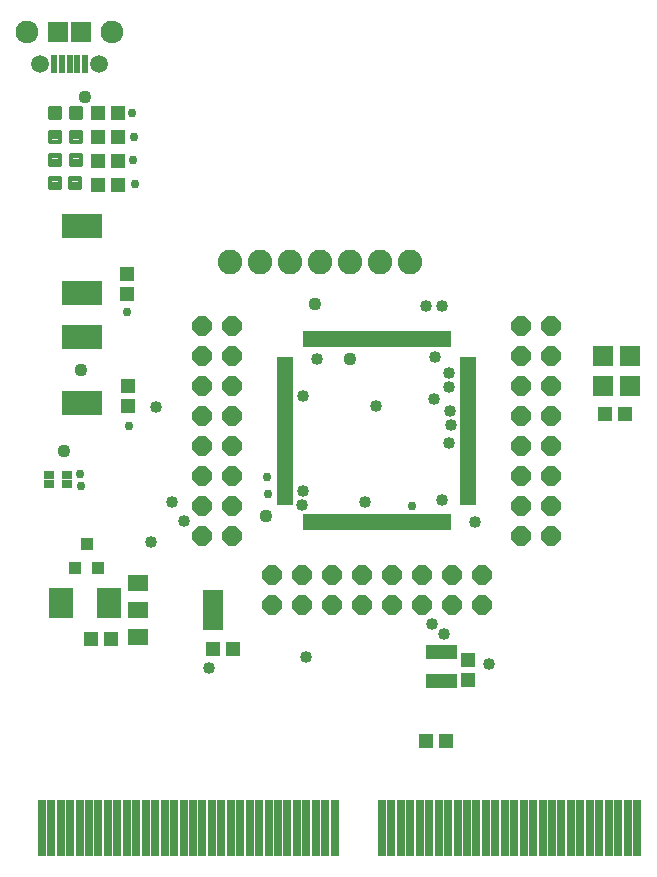
<source format=gts>
G75*
%MOIN*%
%OFA0B0*%
%FSLAX25Y25*%
%IPPOS*%
%LPD*%
%AMOC8*
5,1,8,0,0,1.08239X$1,22.5*
%
%ADD10R,0.05131X0.04737*%
%ADD11C,0.01421*%
%ADD12R,0.06706X0.07099*%
%ADD13R,0.04737X0.05131*%
%ADD14R,0.05524X0.01981*%
%ADD15R,0.01981X0.05524*%
%ADD16R,0.13398X0.07887*%
%ADD17R,0.02572X0.04737*%
%ADD18R,0.06706X0.06902*%
%ADD19R,0.02375X0.06115*%
%ADD20C,0.05950*%
%ADD21C,0.07591*%
%ADD22R,0.03556X0.02572*%
%ADD23R,0.03900X0.04300*%
%ADD24R,0.07887X0.10249*%
%ADD25R,0.07099X0.05524*%
%ADD26R,0.07099X0.13792*%
%ADD27OC8,0.06400*%
%ADD28R,0.03064X0.18517*%
%ADD29C,0.08200*%
%ADD30C,0.04000*%
%ADD31C,0.04362*%
%ADD32C,0.03000*%
D10*
X0038672Y0077640D03*
X0045365Y0077640D03*
X0079546Y0074216D03*
X0086239Y0074216D03*
X0150565Y0043421D03*
X0157258Y0043421D03*
X0210116Y0152542D03*
X0216809Y0152542D03*
X0047673Y0228812D03*
X0040980Y0228812D03*
X0041064Y0236865D03*
X0047757Y0236865D03*
X0047750Y0244903D03*
X0041057Y0244903D03*
X0041026Y0252995D03*
X0047719Y0252995D03*
D11*
X0035462Y0254510D02*
X0035462Y0251194D01*
X0032146Y0251194D01*
X0032146Y0254510D01*
X0035462Y0254510D01*
X0035462Y0252614D02*
X0032146Y0252614D01*
X0032146Y0254034D02*
X0035462Y0254034D01*
X0035392Y0246642D02*
X0035392Y0243326D01*
X0032076Y0243326D01*
X0032076Y0246642D01*
X0035392Y0246642D01*
X0035392Y0244746D02*
X0032076Y0244746D01*
X0032076Y0246166D02*
X0035392Y0246166D01*
X0035465Y0238938D02*
X0035465Y0235622D01*
X0032149Y0235622D01*
X0032149Y0238938D01*
X0035465Y0238938D01*
X0035465Y0237042D02*
X0032149Y0237042D01*
X0032149Y0238462D02*
X0035465Y0238462D01*
X0035292Y0231290D02*
X0035292Y0227974D01*
X0031976Y0227974D01*
X0031976Y0231290D01*
X0035292Y0231290D01*
X0035292Y0229394D02*
X0031976Y0229394D01*
X0031976Y0230814D02*
X0035292Y0230814D01*
X0028386Y0231290D02*
X0028386Y0227974D01*
X0025070Y0227974D01*
X0025070Y0231290D01*
X0028386Y0231290D01*
X0028386Y0229394D02*
X0025070Y0229394D01*
X0025070Y0230814D02*
X0028386Y0230814D01*
X0028559Y0235622D02*
X0028559Y0238938D01*
X0028559Y0235622D02*
X0025243Y0235622D01*
X0025243Y0238938D01*
X0028559Y0238938D01*
X0028559Y0237042D02*
X0025243Y0237042D01*
X0025243Y0238462D02*
X0028559Y0238462D01*
X0028486Y0243326D02*
X0028486Y0246642D01*
X0028486Y0243326D02*
X0025170Y0243326D01*
X0025170Y0246642D01*
X0028486Y0246642D01*
X0028486Y0244746D02*
X0025170Y0244746D01*
X0025170Y0246166D02*
X0028486Y0246166D01*
X0028557Y0251194D02*
X0028557Y0254510D01*
X0028557Y0251194D02*
X0025241Y0251194D01*
X0025241Y0254510D01*
X0028557Y0254510D01*
X0028557Y0252614D02*
X0025241Y0252614D01*
X0025241Y0254034D02*
X0028557Y0254034D01*
D12*
X0209376Y0171733D03*
X0218431Y0171733D03*
X0218431Y0161891D03*
X0209376Y0161891D03*
D13*
X0164629Y0070522D03*
X0164629Y0063829D03*
X0051062Y0155227D03*
X0051062Y0161920D03*
X0050747Y0192536D03*
X0050747Y0199229D03*
D14*
X0103531Y0170558D03*
X0103531Y0168590D03*
X0103531Y0166621D03*
X0103531Y0164653D03*
X0103531Y0162684D03*
X0103531Y0160716D03*
X0103531Y0158747D03*
X0103531Y0156779D03*
X0103531Y0154810D03*
X0103531Y0152842D03*
X0103531Y0150873D03*
X0103531Y0148905D03*
X0103531Y0146936D03*
X0103531Y0144968D03*
X0103531Y0142999D03*
X0103531Y0141031D03*
X0103531Y0139062D03*
X0103531Y0137094D03*
X0103531Y0135125D03*
X0103531Y0133157D03*
X0103531Y0131188D03*
X0103531Y0129220D03*
X0103531Y0127251D03*
X0103531Y0125283D03*
X0103531Y0123314D03*
X0164555Y0123314D03*
X0164555Y0125283D03*
X0164555Y0127251D03*
X0164555Y0129220D03*
X0164555Y0131188D03*
X0164555Y0133157D03*
X0164555Y0135125D03*
X0164555Y0137094D03*
X0164555Y0139062D03*
X0164555Y0141031D03*
X0164555Y0142999D03*
X0164555Y0144968D03*
X0164555Y0146936D03*
X0164555Y0148905D03*
X0164555Y0150873D03*
X0164555Y0152842D03*
X0164555Y0154810D03*
X0164555Y0156779D03*
X0164555Y0158747D03*
X0164555Y0160716D03*
X0164555Y0162684D03*
X0164555Y0164653D03*
X0164555Y0166621D03*
X0164555Y0168590D03*
X0164555Y0170558D03*
D15*
X0157665Y0177448D03*
X0155696Y0177448D03*
X0153728Y0177448D03*
X0151759Y0177448D03*
X0149791Y0177448D03*
X0147822Y0177448D03*
X0145854Y0177448D03*
X0143885Y0177448D03*
X0141917Y0177448D03*
X0139948Y0177448D03*
X0137980Y0177448D03*
X0136011Y0177448D03*
X0134043Y0177448D03*
X0132074Y0177448D03*
X0130106Y0177448D03*
X0128137Y0177448D03*
X0126169Y0177448D03*
X0124200Y0177448D03*
X0122232Y0177448D03*
X0120263Y0177448D03*
X0118295Y0177448D03*
X0116326Y0177448D03*
X0114358Y0177448D03*
X0112389Y0177448D03*
X0110421Y0177448D03*
X0110421Y0116424D03*
X0112389Y0116424D03*
X0114358Y0116424D03*
X0116326Y0116424D03*
X0118295Y0116424D03*
X0120263Y0116424D03*
X0122232Y0116424D03*
X0124200Y0116424D03*
X0126169Y0116424D03*
X0128137Y0116424D03*
X0130106Y0116424D03*
X0132074Y0116424D03*
X0134043Y0116424D03*
X0136011Y0116424D03*
X0137980Y0116424D03*
X0139948Y0116424D03*
X0141917Y0116424D03*
X0143885Y0116424D03*
X0145854Y0116424D03*
X0147822Y0116424D03*
X0149791Y0116424D03*
X0151759Y0116424D03*
X0153728Y0116424D03*
X0155696Y0116424D03*
X0157665Y0116424D03*
D16*
X0035787Y0156099D03*
X0035787Y0178146D03*
X0035787Y0193039D03*
X0035787Y0215087D03*
D17*
X0151666Y0073268D03*
X0154225Y0073268D03*
X0156784Y0073268D03*
X0159343Y0073268D03*
X0159343Y0063622D03*
X0156784Y0063622D03*
X0154225Y0063622D03*
X0151666Y0063622D03*
D18*
X0035594Y0279820D03*
X0027720Y0279820D03*
D19*
X0026539Y0269190D03*
X0029098Y0269190D03*
X0031657Y0269190D03*
X0034216Y0269190D03*
X0036775Y0269190D03*
D20*
X0041499Y0269190D03*
X0021814Y0269190D03*
D21*
X0017493Y0279820D03*
X0045820Y0279820D03*
D22*
X0030860Y0132344D03*
X0030860Y0129195D03*
X0024758Y0129195D03*
X0024758Y0132344D03*
D23*
X0037383Y0109244D03*
X0041183Y0101244D03*
X0033583Y0101244D03*
D24*
X0028911Y0089407D03*
X0044856Y0089407D03*
D25*
X0054329Y0087153D03*
X0054329Y0078098D03*
X0054329Y0096208D03*
D26*
X0079526Y0087153D03*
D27*
X0099043Y0088786D03*
X0109043Y0088786D03*
X0119043Y0088786D03*
X0129043Y0088786D03*
X0139043Y0088786D03*
X0149043Y0088786D03*
X0159043Y0088786D03*
X0169043Y0088786D03*
X0169043Y0098786D03*
X0159043Y0098786D03*
X0149043Y0098786D03*
X0139043Y0098786D03*
X0129043Y0098786D03*
X0119043Y0098786D03*
X0109043Y0098786D03*
X0099043Y0098786D03*
X0085893Y0111936D03*
X0085893Y0121936D03*
X0075893Y0121936D03*
X0075893Y0111936D03*
X0075893Y0131936D03*
X0075893Y0141936D03*
X0075893Y0151936D03*
X0075893Y0161936D03*
X0075893Y0171936D03*
X0075893Y0181936D03*
X0085893Y0181936D03*
X0085893Y0171936D03*
X0085893Y0161936D03*
X0085893Y0151936D03*
X0085893Y0141936D03*
X0085893Y0131936D03*
X0182192Y0131936D03*
X0182192Y0141936D03*
X0182192Y0151936D03*
X0182192Y0161936D03*
X0182192Y0171936D03*
X0182192Y0181936D03*
X0192192Y0181936D03*
X0192192Y0171936D03*
X0192192Y0161936D03*
X0192192Y0151936D03*
X0192192Y0141936D03*
X0192192Y0131936D03*
X0192192Y0121936D03*
X0192192Y0111936D03*
X0182192Y0111936D03*
X0182192Y0121936D03*
D28*
X0022408Y0014449D03*
X0025558Y0014449D03*
X0028707Y0014449D03*
X0031857Y0014449D03*
X0035007Y0014449D03*
X0038156Y0014449D03*
X0041306Y0014449D03*
X0044455Y0014449D03*
X0047605Y0014449D03*
X0050755Y0014449D03*
X0053904Y0014449D03*
X0057054Y0014449D03*
X0060203Y0014449D03*
X0063353Y0014449D03*
X0066503Y0014449D03*
X0069652Y0014449D03*
X0072802Y0014449D03*
X0075951Y0014449D03*
X0079101Y0014449D03*
X0082251Y0014449D03*
X0085400Y0014449D03*
X0088550Y0014449D03*
X0091699Y0014449D03*
X0094849Y0014449D03*
X0097999Y0014449D03*
X0101148Y0014449D03*
X0104298Y0014449D03*
X0107447Y0014449D03*
X0110597Y0014449D03*
X0113747Y0014449D03*
X0116896Y0014449D03*
X0120046Y0014449D03*
X0135794Y0014449D03*
X0138944Y0014449D03*
X0142093Y0014449D03*
X0145243Y0014449D03*
X0148392Y0014449D03*
X0151542Y0014449D03*
X0154692Y0014449D03*
X0157841Y0014449D03*
X0160991Y0014449D03*
X0164140Y0014449D03*
X0167290Y0014449D03*
X0170440Y0014449D03*
X0173589Y0014449D03*
X0176739Y0014449D03*
X0179888Y0014449D03*
X0183038Y0014449D03*
X0186188Y0014449D03*
X0189337Y0014449D03*
X0192487Y0014449D03*
X0195636Y0014449D03*
X0198786Y0014449D03*
X0201936Y0014449D03*
X0205085Y0014449D03*
X0208235Y0014449D03*
X0211384Y0014449D03*
X0214534Y0014449D03*
X0217684Y0014449D03*
X0220833Y0014449D03*
D29*
X0145100Y0203118D03*
X0135100Y0203118D03*
X0125100Y0203118D03*
X0115100Y0203118D03*
X0105100Y0203118D03*
X0095100Y0203118D03*
X0085100Y0203118D03*
D30*
X0114254Y0170956D03*
X0109395Y0158545D03*
X0133675Y0155310D03*
X0153185Y0157689D03*
X0158152Y0161515D03*
X0158180Y0166219D03*
X0153516Y0171478D03*
X0155682Y0188439D03*
X0150335Y0188545D03*
X0158479Y0153699D03*
X0158857Y0148891D03*
X0158241Y0143009D03*
X0155772Y0123775D03*
X0166711Y0116665D03*
X0152570Y0082412D03*
X0156330Y0079078D03*
X0171626Y0069127D03*
X0130185Y0123074D03*
X0109288Y0122333D03*
X0109476Y0127041D03*
X0069732Y0116844D03*
X0065679Y0123118D03*
X0058968Y0109814D03*
X0077991Y0067861D03*
X0110338Y0071563D03*
X0060537Y0154884D03*
D31*
X0035524Y0167183D03*
X0029856Y0140384D03*
X0097099Y0118708D03*
X0125158Y0170786D03*
X0113405Y0189069D03*
X0036781Y0258109D03*
D32*
X0052458Y0252823D03*
X0053006Y0244963D03*
X0052975Y0237322D03*
X0053418Y0229389D03*
X0050718Y0186569D03*
X0051363Y0148516D03*
X0035016Y0132494D03*
X0035326Y0128696D03*
X0097428Y0131705D03*
X0097697Y0126047D03*
X0145830Y0121738D03*
M02*

</source>
